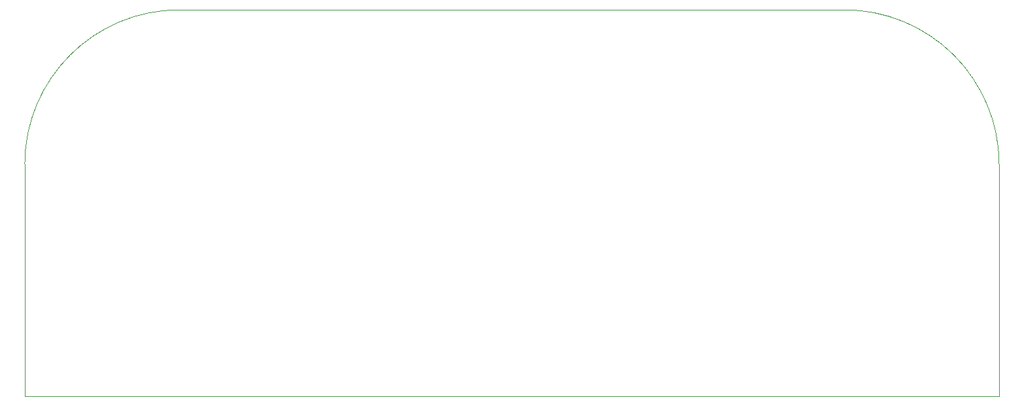
<source format=gbr>
%TF.GenerationSoftware,KiCad,Pcbnew,(5.99.0-6632-gb710573c5)*%
%TF.CreationDate,2020-12-08T22:19:28-05:00*%
%TF.ProjectId,zoom_pad,7a6f6f6d-5f70-4616-942e-6b696361645f,rev?*%
%TF.SameCoordinates,Original*%
%TF.FileFunction,Profile,NP*%
%FSLAX46Y46*%
G04 Gerber Fmt 4.6, Leading zero omitted, Abs format (unit mm)*
G04 Created by KiCad (PCBNEW (5.99.0-6632-gb710573c5)) date 2020-12-08 22:19:28*
%MOMM*%
%LPD*%
G01*
G04 APERTURE LIST*
%TA.AperFunction,Profile*%
%ADD10C,0.100000*%
%TD*%
G04 APERTURE END LIST*
D10*
X186000000Y-130000000D02*
X60000000Y-130000000D01*
X186000000Y-100000000D02*
X186000000Y-130000000D01*
X80000000Y-80000000D02*
X166000000Y-80000000D01*
X60000000Y-100000000D02*
X60000000Y-130000000D01*
X166000000Y-79999999D02*
G75*
G02*
X186000000Y-100000000I8J-19999992D01*
G01*
X59999997Y-99999997D02*
G75*
G02*
X80000000Y-80000000I20000000J-3D01*
G01*
M02*

</source>
